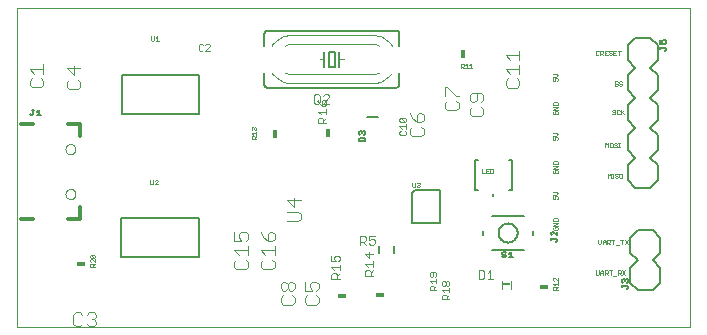
<source format=gto>
G75*
G70*
%OFA0B0*%
%FSLAX24Y24*%
%IPPOS*%
%LPD*%
%AMOC8*
5,1,8,0,0,1.08239X$1,22.5*
%
%ADD10C,0.0000*%
%ADD11C,0.0010*%
%ADD12C,0.0080*%
%ADD13C,0.0050*%
%ADD14C,0.0040*%
%ADD15C,0.0120*%
%ADD16R,0.0180X0.0300*%
%ADD17R,0.0300X0.0180*%
%ADD18C,0.0060*%
%ADD19C,0.0030*%
%ADD20C,0.0020*%
%ADD21R,0.0305X0.0050*%
D10*
X001213Y000274D02*
X001213Y010904D01*
X023654Y010904D01*
X023654Y000274D01*
X001213Y000274D01*
X002834Y004707D02*
X002836Y004732D01*
X002842Y004757D01*
X002851Y004781D01*
X002864Y004803D01*
X002881Y004823D01*
X002900Y004840D01*
X002921Y004854D01*
X002945Y004864D01*
X002969Y004871D01*
X002995Y004874D01*
X003020Y004873D01*
X003045Y004868D01*
X003069Y004859D01*
X003092Y004847D01*
X003112Y004832D01*
X003130Y004813D01*
X003145Y004792D01*
X003156Y004769D01*
X003164Y004745D01*
X003168Y004720D01*
X003168Y004694D01*
X003164Y004669D01*
X003156Y004645D01*
X003145Y004622D01*
X003130Y004601D01*
X003112Y004582D01*
X003092Y004567D01*
X003069Y004555D01*
X003045Y004546D01*
X003020Y004541D01*
X002995Y004540D01*
X002969Y004543D01*
X002945Y004550D01*
X002921Y004560D01*
X002900Y004574D01*
X002881Y004591D01*
X002864Y004611D01*
X002851Y004633D01*
X002842Y004657D01*
X002836Y004682D01*
X002834Y004707D01*
X002834Y006203D02*
X002836Y006228D01*
X002842Y006253D01*
X002851Y006277D01*
X002864Y006299D01*
X002881Y006319D01*
X002900Y006336D01*
X002921Y006350D01*
X002945Y006360D01*
X002969Y006367D01*
X002995Y006370D01*
X003020Y006369D01*
X003045Y006364D01*
X003069Y006355D01*
X003092Y006343D01*
X003112Y006328D01*
X003130Y006309D01*
X003145Y006288D01*
X003156Y006265D01*
X003164Y006241D01*
X003168Y006216D01*
X003168Y006190D01*
X003164Y006165D01*
X003156Y006141D01*
X003145Y006118D01*
X003130Y006097D01*
X003112Y006078D01*
X003092Y006063D01*
X003069Y006051D01*
X003045Y006042D01*
X003020Y006037D01*
X002995Y006036D01*
X002969Y006039D01*
X002945Y006046D01*
X002921Y006056D01*
X002900Y006070D01*
X002881Y006087D01*
X002864Y006107D01*
X002851Y006129D01*
X002842Y006153D01*
X002836Y006178D01*
X002834Y006203D01*
D11*
X005665Y005177D02*
X005665Y005052D01*
X005690Y005027D01*
X005740Y005027D01*
X005765Y005052D01*
X005765Y005177D01*
X005812Y005152D02*
X005837Y005177D01*
X005887Y005177D01*
X005912Y005152D01*
X005912Y005127D01*
X005812Y005027D01*
X005912Y005027D01*
X009038Y006535D02*
X009038Y006611D01*
X009063Y006636D01*
X009113Y006636D01*
X009138Y006611D01*
X009138Y006535D01*
X009188Y006535D02*
X009038Y006535D01*
X009138Y006586D02*
X009188Y006636D01*
X009188Y006683D02*
X009188Y006783D01*
X009188Y006733D02*
X009038Y006733D01*
X009088Y006683D01*
X009063Y006830D02*
X009038Y006855D01*
X009038Y006905D01*
X009063Y006930D01*
X009088Y006930D01*
X009113Y006905D01*
X009138Y006930D01*
X009163Y006930D01*
X009188Y006905D01*
X009188Y006855D01*
X009163Y006830D01*
X009113Y006880D02*
X009113Y006905D01*
X014396Y005087D02*
X014396Y004962D01*
X014421Y004937D01*
X014471Y004937D01*
X014496Y004962D01*
X014496Y005087D01*
X014543Y005062D02*
X014568Y005087D01*
X014618Y005087D01*
X014643Y005062D01*
X014643Y005037D01*
X014618Y005012D01*
X014643Y004987D01*
X014643Y004962D01*
X014618Y004937D01*
X014568Y004937D01*
X014543Y004962D01*
X014593Y005012D02*
X014618Y005012D01*
X016704Y005400D02*
X016804Y005400D01*
X016852Y005400D02*
X016852Y005550D01*
X016952Y005550D01*
X016999Y005550D02*
X017074Y005550D01*
X017099Y005525D01*
X017099Y005425D01*
X017074Y005400D01*
X016999Y005400D01*
X016999Y005550D01*
X016902Y005475D02*
X016852Y005475D01*
X016852Y005400D02*
X016952Y005400D01*
X016704Y005400D02*
X016704Y005550D01*
X019090Y005545D02*
X019240Y005645D01*
X019090Y005645D01*
X019090Y005692D02*
X019090Y005767D01*
X019115Y005792D01*
X019215Y005792D01*
X019240Y005767D01*
X019240Y005692D01*
X019090Y005692D01*
X019090Y005545D02*
X019240Y005545D01*
X019215Y005497D02*
X019165Y005497D01*
X019165Y005447D01*
X019215Y005397D02*
X019240Y005422D01*
X019240Y005472D01*
X019215Y005497D01*
X019215Y005397D02*
X019115Y005397D01*
X019090Y005422D01*
X019090Y005472D01*
X019115Y005497D01*
X019090Y004779D02*
X019190Y004779D01*
X019240Y004729D01*
X019190Y004678D01*
X019090Y004678D01*
X019090Y004631D02*
X019090Y004531D01*
X019165Y004531D01*
X019140Y004581D01*
X019140Y004606D01*
X019165Y004631D01*
X019215Y004631D01*
X019240Y004606D01*
X019240Y004556D01*
X019215Y004531D01*
X019215Y003902D02*
X019115Y003902D01*
X019090Y003877D01*
X019090Y003802D01*
X019240Y003802D01*
X019240Y003877D01*
X019215Y003902D01*
X019240Y003755D02*
X019090Y003755D01*
X019090Y003655D02*
X019240Y003755D01*
X019240Y003655D02*
X019090Y003655D01*
X019115Y003608D02*
X019090Y003583D01*
X019090Y003533D01*
X019115Y003508D01*
X019215Y003508D01*
X019240Y003533D01*
X019240Y003583D01*
X019215Y003608D01*
X019165Y003608D01*
X019165Y003558D01*
X020588Y003185D02*
X020588Y003060D01*
X020613Y003035D01*
X020664Y003035D01*
X020689Y003060D01*
X020689Y003185D01*
X020736Y003135D02*
X020786Y003185D01*
X020836Y003135D01*
X020836Y003035D01*
X020883Y003035D02*
X020883Y003185D01*
X020958Y003185D01*
X020983Y003160D01*
X020983Y003110D01*
X020958Y003085D01*
X020883Y003085D01*
X020933Y003085D02*
X020983Y003035D01*
X021080Y003035D02*
X021080Y003185D01*
X021030Y003185D02*
X021131Y003185D01*
X021178Y003010D02*
X021278Y003010D01*
X021375Y003035D02*
X021375Y003185D01*
X021325Y003185D02*
X021425Y003185D01*
X021472Y003185D02*
X021573Y003035D01*
X021472Y003035D02*
X021573Y003185D01*
X020836Y003110D02*
X020736Y003110D01*
X020736Y003135D02*
X020736Y003035D01*
X020707Y002162D02*
X020757Y002112D01*
X020757Y002011D01*
X020804Y002011D02*
X020804Y002162D01*
X020879Y002162D01*
X020904Y002137D01*
X020904Y002087D01*
X020879Y002062D01*
X020804Y002062D01*
X020854Y002062D02*
X020904Y002011D01*
X021002Y002011D02*
X021002Y002162D01*
X020952Y002162D02*
X021052Y002162D01*
X021099Y001986D02*
X021199Y001986D01*
X021246Y002011D02*
X021246Y002162D01*
X021321Y002162D01*
X021346Y002137D01*
X021346Y002087D01*
X021321Y002062D01*
X021246Y002062D01*
X021296Y002062D02*
X021346Y002011D01*
X021394Y002011D02*
X021494Y002162D01*
X021394Y002162D02*
X021494Y002011D01*
X020757Y002087D02*
X020657Y002087D01*
X020657Y002112D02*
X020707Y002162D01*
X020657Y002112D02*
X020657Y002011D01*
X020610Y002036D02*
X020610Y002162D01*
X020510Y002162D02*
X020510Y002036D01*
X020535Y002011D01*
X020585Y002011D01*
X020610Y002036D01*
X019239Y001917D02*
X019239Y001816D01*
X019139Y001917D01*
X019114Y001917D01*
X019089Y001892D01*
X019089Y001842D01*
X019114Y001816D01*
X019089Y001719D02*
X019239Y001719D01*
X019239Y001669D02*
X019239Y001769D01*
X019139Y001669D02*
X019089Y001719D01*
X019114Y001622D02*
X019164Y001622D01*
X019189Y001597D01*
X019189Y001522D01*
X019189Y001572D02*
X019239Y001622D01*
X019239Y001522D02*
X019089Y001522D01*
X019089Y001597D01*
X019114Y001622D01*
X020903Y005240D02*
X020903Y005390D01*
X020953Y005340D01*
X021004Y005390D01*
X021004Y005240D01*
X021051Y005240D02*
X021101Y005240D01*
X021076Y005240D02*
X021076Y005390D01*
X021051Y005390D02*
X021101Y005390D01*
X021149Y005365D02*
X021149Y005340D01*
X021174Y005315D01*
X021224Y005315D01*
X021249Y005290D01*
X021249Y005265D01*
X021224Y005240D01*
X021174Y005240D01*
X021149Y005265D01*
X021149Y005365D02*
X021174Y005390D01*
X021224Y005390D01*
X021249Y005365D01*
X021296Y005365D02*
X021296Y005265D01*
X021321Y005240D01*
X021371Y005240D01*
X021396Y005265D01*
X021396Y005365D01*
X021371Y005390D01*
X021321Y005390D01*
X021296Y005365D01*
X021292Y006263D02*
X021292Y006414D01*
X021267Y006414D02*
X021317Y006414D01*
X021219Y006389D02*
X021194Y006414D01*
X021144Y006414D01*
X021119Y006389D01*
X021119Y006364D01*
X021144Y006338D01*
X021194Y006338D01*
X021219Y006313D01*
X021219Y006288D01*
X021194Y006263D01*
X021144Y006263D01*
X021119Y006288D01*
X021072Y006288D02*
X021072Y006389D01*
X021047Y006414D01*
X020997Y006414D01*
X020972Y006389D01*
X020972Y006288D01*
X020997Y006263D01*
X021047Y006263D01*
X021072Y006288D01*
X020925Y006263D02*
X020925Y006414D01*
X020875Y006364D01*
X020825Y006414D01*
X020825Y006263D01*
X021267Y006263D02*
X021317Y006263D01*
X021283Y007366D02*
X021308Y007391D01*
X021283Y007366D02*
X021233Y007366D01*
X021208Y007391D01*
X021208Y007491D01*
X021233Y007516D01*
X021283Y007516D01*
X021308Y007491D01*
X021356Y007516D02*
X021356Y007366D01*
X021356Y007416D02*
X021456Y007516D01*
X021381Y007441D02*
X021456Y007366D01*
X021161Y007391D02*
X021161Y007416D01*
X021136Y007441D01*
X021086Y007441D01*
X021061Y007466D01*
X021061Y007491D01*
X021086Y007516D01*
X021136Y007516D01*
X021161Y007491D01*
X021161Y007391D02*
X021136Y007366D01*
X021086Y007366D01*
X021061Y007391D01*
X021165Y008311D02*
X021140Y008336D01*
X021165Y008311D02*
X021215Y008311D01*
X021240Y008336D01*
X021240Y008361D01*
X021215Y008386D01*
X021165Y008386D01*
X021140Y008411D01*
X021140Y008436D01*
X021165Y008461D01*
X021215Y008461D01*
X021240Y008436D01*
X021287Y008436D02*
X021287Y008411D01*
X021312Y008386D01*
X021362Y008386D01*
X021387Y008361D01*
X021387Y008336D01*
X021362Y008311D01*
X021312Y008311D01*
X021287Y008336D01*
X021287Y008436D02*
X021312Y008461D01*
X021362Y008461D01*
X021387Y008436D01*
X021296Y009334D02*
X021296Y009484D01*
X021246Y009484D02*
X021346Y009484D01*
X021199Y009484D02*
X021099Y009484D01*
X021099Y009334D01*
X021199Y009334D01*
X021149Y009409D02*
X021099Y009409D01*
X021052Y009384D02*
X021052Y009359D01*
X021027Y009334D01*
X020977Y009334D01*
X020952Y009359D01*
X020904Y009334D02*
X020804Y009334D01*
X020804Y009484D01*
X020904Y009484D01*
X020952Y009459D02*
X020952Y009434D01*
X020977Y009409D01*
X021027Y009409D01*
X021052Y009384D01*
X021052Y009459D02*
X021027Y009484D01*
X020977Y009484D01*
X020952Y009459D01*
X020854Y009409D02*
X020804Y009409D01*
X020757Y009409D02*
X020732Y009384D01*
X020657Y009384D01*
X020657Y009334D02*
X020657Y009484D01*
X020732Y009484D01*
X020757Y009459D01*
X020757Y009409D01*
X020707Y009384D02*
X020757Y009334D01*
X020610Y009359D02*
X020585Y009334D01*
X020535Y009334D01*
X020510Y009359D01*
X020510Y009459D01*
X020535Y009484D01*
X020585Y009484D01*
X020610Y009459D01*
X019240Y008666D02*
X019190Y008716D01*
X019090Y008716D01*
X019090Y008615D02*
X019190Y008615D01*
X019240Y008666D01*
X019215Y008568D02*
X019240Y008543D01*
X019240Y008493D01*
X019215Y008468D01*
X019165Y008468D02*
X019140Y008518D01*
X019140Y008543D01*
X019165Y008568D01*
X019215Y008568D01*
X019165Y008468D02*
X019090Y008468D01*
X019090Y008568D01*
X019115Y007761D02*
X019090Y007736D01*
X019090Y007660D01*
X019240Y007660D01*
X019240Y007736D01*
X019215Y007761D01*
X019115Y007761D01*
X019090Y007613D02*
X019240Y007613D01*
X019090Y007513D01*
X019240Y007513D01*
X019215Y007466D02*
X019165Y007466D01*
X019165Y007416D01*
X019215Y007466D02*
X019240Y007441D01*
X019240Y007391D01*
X019215Y007366D01*
X019115Y007366D01*
X019090Y007391D01*
X019090Y007441D01*
X019115Y007466D01*
X019090Y006747D02*
X019190Y006747D01*
X019240Y006697D01*
X019190Y006647D01*
X019090Y006647D01*
X019090Y006600D02*
X019090Y006500D01*
X019165Y006500D01*
X019140Y006550D01*
X019140Y006575D01*
X019165Y006600D01*
X019215Y006600D01*
X019240Y006575D01*
X019240Y006525D01*
X019215Y006500D01*
X016399Y008906D02*
X016299Y008906D01*
X016252Y008906D02*
X016152Y008906D01*
X016104Y008906D02*
X016054Y008956D01*
X016079Y008956D02*
X016004Y008956D01*
X016004Y008906D02*
X016004Y009056D01*
X016079Y009056D01*
X016104Y009031D01*
X016104Y008981D01*
X016079Y008956D01*
X016152Y009006D02*
X016202Y009056D01*
X016202Y008906D01*
X016299Y009006D02*
X016349Y009056D01*
X016349Y008906D01*
X005936Y009818D02*
X005836Y009818D01*
X005886Y009818D02*
X005886Y009968D01*
X005836Y009918D01*
X005789Y009968D02*
X005789Y009843D01*
X005764Y009818D01*
X005714Y009818D01*
X005689Y009843D01*
X005689Y009968D01*
X003789Y002680D02*
X003689Y002680D01*
X003789Y002580D01*
X003814Y002605D01*
X003814Y002655D01*
X003789Y002680D01*
X003789Y002580D02*
X003689Y002580D01*
X003664Y002605D01*
X003664Y002655D01*
X003689Y002680D01*
X003689Y002533D02*
X003664Y002508D01*
X003664Y002458D01*
X003689Y002433D01*
X003689Y002386D02*
X003739Y002386D01*
X003764Y002361D01*
X003764Y002286D01*
X003764Y002336D02*
X003814Y002386D01*
X003814Y002433D02*
X003714Y002533D01*
X003689Y002533D01*
X003814Y002533D02*
X003814Y002433D01*
X003689Y002386D02*
X003664Y002361D01*
X003664Y002286D01*
X003814Y002286D01*
D12*
X004695Y002597D02*
X004695Y003897D01*
X007275Y003897D01*
X007275Y002597D01*
X004695Y002597D01*
X004719Y007388D02*
X004719Y008688D01*
X007299Y008688D01*
X007299Y007388D01*
X004719Y007388D01*
X016469Y005857D02*
X016469Y004833D01*
X016587Y004833D01*
X017099Y004715D02*
X017099Y004636D01*
X017611Y004833D02*
X017729Y004833D01*
X017729Y005857D01*
X017611Y005857D01*
X016587Y005857D02*
X016469Y005857D01*
X017061Y003959D02*
X018114Y003959D01*
X018414Y003459D02*
X018414Y003357D01*
X018114Y002857D02*
X017061Y002857D01*
X016761Y003357D02*
X016761Y003459D01*
X021658Y003256D02*
X021658Y002756D01*
X021908Y002506D01*
X021658Y002256D01*
X021658Y001756D01*
X021908Y001506D01*
X022408Y001506D01*
X022658Y001756D01*
X022658Y002256D01*
X022408Y002506D01*
X022658Y002756D01*
X022658Y003256D01*
X022408Y003506D01*
X021908Y003506D01*
X021658Y003256D01*
X021830Y004908D02*
X022330Y004908D01*
X022580Y005158D01*
X022580Y005658D01*
X022330Y005908D01*
X022580Y006158D01*
X022580Y006658D01*
X022330Y006908D01*
X022580Y007158D01*
X022580Y007658D01*
X022330Y007908D01*
X022580Y008158D01*
X022580Y008658D01*
X022330Y008908D01*
X022580Y009158D01*
X022580Y009658D01*
X022330Y009908D01*
X021830Y009908D01*
X021580Y009658D01*
X021580Y009158D01*
X021830Y008908D01*
X021580Y008658D01*
X021580Y008158D01*
X021830Y007908D01*
X021580Y007658D01*
X021580Y007158D01*
X021830Y006908D01*
X021580Y006658D01*
X021580Y006158D01*
X021830Y005908D01*
X021580Y005658D01*
X021580Y005158D01*
X021830Y004908D01*
D13*
X019221Y003454D02*
X019221Y003327D01*
X019094Y003454D01*
X019063Y003454D01*
X019031Y003422D01*
X019031Y003359D01*
X019063Y003327D01*
X019031Y003233D02*
X019031Y003170D01*
X019031Y003201D02*
X019189Y003201D01*
X019221Y003170D01*
X019221Y003138D01*
X019189Y003106D01*
X017739Y002593D02*
X017612Y002593D01*
X017676Y002593D02*
X017676Y002783D01*
X017612Y002720D01*
X017518Y002752D02*
X017486Y002783D01*
X017423Y002783D01*
X017391Y002752D01*
X017391Y002720D01*
X017423Y002688D01*
X017486Y002688D01*
X017518Y002656D01*
X017518Y002625D01*
X017486Y002593D01*
X017423Y002593D01*
X017391Y002625D01*
X017270Y003408D02*
X017272Y003443D01*
X017278Y003479D01*
X017288Y003513D01*
X017301Y003546D01*
X017319Y003577D01*
X017339Y003606D01*
X017363Y003632D01*
X017389Y003656D01*
X017418Y003676D01*
X017449Y003694D01*
X017482Y003707D01*
X017516Y003717D01*
X017552Y003723D01*
X017587Y003725D01*
X017622Y003723D01*
X017658Y003717D01*
X017692Y003707D01*
X017725Y003694D01*
X017756Y003676D01*
X017785Y003656D01*
X017811Y003632D01*
X017835Y003606D01*
X017855Y003577D01*
X017873Y003546D01*
X017886Y003513D01*
X017896Y003479D01*
X017902Y003443D01*
X017904Y003408D01*
X017902Y003373D01*
X017896Y003337D01*
X017886Y003303D01*
X017873Y003270D01*
X017855Y003239D01*
X017835Y003210D01*
X017811Y003184D01*
X017785Y003160D01*
X017756Y003140D01*
X017725Y003122D01*
X017692Y003109D01*
X017658Y003099D01*
X017622Y003093D01*
X017587Y003091D01*
X017552Y003093D01*
X017516Y003099D01*
X017482Y003109D01*
X017449Y003122D01*
X017418Y003140D01*
X017389Y003160D01*
X017363Y003184D01*
X017339Y003210D01*
X017319Y003239D01*
X017301Y003270D01*
X017288Y003303D01*
X017278Y003337D01*
X017272Y003373D01*
X017270Y003408D01*
X015335Y003751D02*
X014391Y003751D01*
X014391Y004745D01*
X014498Y004853D01*
X015335Y004853D01*
X015335Y003751D01*
X012805Y006460D02*
X012614Y006460D01*
X012614Y006555D01*
X012646Y006587D01*
X012773Y006587D01*
X012805Y006555D01*
X012805Y006460D01*
X012773Y006681D02*
X012805Y006713D01*
X012805Y006776D01*
X012773Y006808D01*
X012741Y006808D01*
X012709Y006776D01*
X012709Y006744D01*
X012709Y006776D02*
X012678Y006808D01*
X012646Y006808D01*
X012614Y006776D01*
X012614Y006713D01*
X012646Y006681D01*
X012892Y007281D02*
X013267Y007281D01*
X022654Y009554D02*
X022654Y009618D01*
X022654Y009586D02*
X022813Y009586D01*
X022845Y009554D01*
X022845Y009523D01*
X022813Y009491D01*
X022813Y009712D02*
X022845Y009744D01*
X022845Y009807D01*
X022813Y009839D01*
X022749Y009839D01*
X022718Y009807D01*
X022718Y009775D01*
X022749Y009712D01*
X022654Y009712D01*
X022654Y009839D01*
X021552Y001879D02*
X021583Y001848D01*
X021583Y001784D01*
X021552Y001752D01*
X021488Y001816D02*
X021488Y001848D01*
X021520Y001879D01*
X021552Y001879D01*
X021488Y001848D02*
X021456Y001879D01*
X021425Y001879D01*
X021393Y001848D01*
X021393Y001784D01*
X021425Y001752D01*
X021393Y001658D02*
X021393Y001595D01*
X021393Y001627D02*
X021552Y001627D01*
X021583Y001595D01*
X021583Y001563D01*
X021552Y001531D01*
X002007Y007330D02*
X001881Y007330D01*
X001944Y007330D02*
X001944Y007520D01*
X001881Y007457D01*
X001786Y007520D02*
X001723Y007520D01*
X001755Y007520D02*
X001755Y007362D01*
X001723Y007330D01*
X001691Y007330D01*
X001660Y007362D01*
D14*
X001717Y008261D02*
X002024Y008261D01*
X002101Y008337D01*
X002101Y008491D01*
X002024Y008568D01*
X002101Y008721D02*
X002101Y009028D01*
X002101Y008875D02*
X001640Y008875D01*
X001794Y008721D01*
X001717Y008568D02*
X001640Y008491D01*
X001640Y008337D01*
X001717Y008261D01*
X002873Y008278D02*
X002949Y008202D01*
X003256Y008202D01*
X003333Y008278D01*
X003333Y008432D01*
X003256Y008509D01*
X003103Y008662D02*
X003103Y008969D01*
X003333Y008892D02*
X002873Y008892D01*
X003103Y008662D01*
X002949Y008509D02*
X002873Y008432D01*
X002873Y008278D01*
X010211Y004499D02*
X010442Y004268D01*
X010442Y004575D01*
X010672Y004499D02*
X010211Y004499D01*
X010211Y004115D02*
X010595Y004115D01*
X010672Y004038D01*
X010672Y003885D01*
X010595Y003808D01*
X010211Y003808D01*
X009802Y003365D02*
X009725Y003442D01*
X009648Y003442D01*
X009571Y003365D01*
X009571Y003135D01*
X009725Y003135D01*
X009802Y003212D01*
X009802Y003365D01*
X009571Y003135D02*
X009418Y003288D01*
X009341Y003442D01*
X008916Y003365D02*
X008916Y003212D01*
X008839Y003135D01*
X008686Y003135D02*
X008609Y003288D01*
X008609Y003365D01*
X008686Y003442D01*
X008839Y003442D01*
X008916Y003365D01*
X008455Y003442D02*
X008455Y003135D01*
X008686Y003135D01*
X008916Y002982D02*
X008916Y002675D01*
X008916Y002828D02*
X008455Y002828D01*
X008609Y002675D01*
X008532Y002521D02*
X008455Y002444D01*
X008455Y002291D01*
X008532Y002214D01*
X008839Y002214D01*
X008916Y002291D01*
X008916Y002444D01*
X008839Y002521D01*
X009341Y002444D02*
X009341Y002291D01*
X009418Y002214D01*
X009725Y002214D01*
X009802Y002291D01*
X009802Y002444D01*
X009725Y002521D01*
X009802Y002675D02*
X009802Y002982D01*
X009802Y002828D02*
X009341Y002828D01*
X009495Y002675D01*
X009418Y002521D02*
X009341Y002444D01*
X010011Y001712D02*
X010087Y001788D01*
X010164Y001788D01*
X010241Y001712D01*
X010241Y001558D01*
X010164Y001481D01*
X010087Y001481D01*
X010011Y001558D01*
X010011Y001712D01*
X010241Y001712D02*
X010317Y001788D01*
X010394Y001788D01*
X010471Y001712D01*
X010471Y001558D01*
X010394Y001481D01*
X010317Y001481D01*
X010241Y001558D01*
X010394Y001328D02*
X010471Y001251D01*
X010471Y001098D01*
X010394Y001021D01*
X010087Y001021D01*
X010011Y001098D01*
X010011Y001251D01*
X010087Y001328D01*
X010818Y001251D02*
X010818Y001098D01*
X010894Y001021D01*
X011201Y001021D01*
X011278Y001098D01*
X011278Y001251D01*
X011201Y001328D01*
X011201Y001481D02*
X011278Y001558D01*
X011278Y001712D01*
X011201Y001788D01*
X011048Y001788D01*
X010971Y001712D01*
X010971Y001635D01*
X011048Y001481D01*
X010818Y001481D01*
X010818Y001788D01*
X010894Y001328D02*
X010818Y001251D01*
X011696Y001873D02*
X011696Y002013D01*
X011743Y002060D01*
X011836Y002060D01*
X011883Y002013D01*
X011883Y001873D01*
X011976Y001873D02*
X011696Y001873D01*
X011883Y001967D02*
X011976Y002060D01*
X011976Y002168D02*
X011976Y002355D01*
X011976Y002261D02*
X011696Y002261D01*
X011789Y002168D01*
X011836Y002463D02*
X011789Y002556D01*
X011789Y002603D01*
X011836Y002649D01*
X011929Y002649D01*
X011976Y002603D01*
X011976Y002509D01*
X011929Y002463D01*
X011836Y002463D02*
X011696Y002463D01*
X011696Y002649D01*
X012819Y002713D02*
X012959Y002573D01*
X012959Y002760D01*
X013099Y002713D02*
X012819Y002713D01*
X012819Y002372D02*
X013099Y002372D01*
X013099Y002465D02*
X013099Y002278D01*
X013099Y002170D02*
X013006Y002077D01*
X013006Y002124D02*
X013006Y001984D01*
X013099Y001984D02*
X012819Y001984D01*
X012819Y002124D01*
X012866Y002170D01*
X012959Y002170D01*
X013006Y002124D01*
X012913Y002278D02*
X012819Y002372D01*
X016609Y002163D02*
X016609Y001882D01*
X016749Y001882D01*
X016796Y001929D01*
X016796Y002116D01*
X016749Y002163D01*
X016609Y002163D01*
X016903Y002069D02*
X016997Y002163D01*
X016997Y001882D01*
X017090Y001882D02*
X016903Y001882D01*
X017379Y001800D02*
X017379Y001532D01*
X017694Y001532D02*
X017694Y001800D01*
X014701Y006639D02*
X014394Y006639D01*
X014318Y006715D01*
X014318Y006869D01*
X014394Y006946D01*
X014548Y007099D02*
X014548Y007329D01*
X014625Y007406D01*
X014701Y007406D01*
X014778Y007329D01*
X014778Y007176D01*
X014701Y007099D01*
X014548Y007099D01*
X014394Y007253D01*
X014318Y007406D01*
X014701Y006946D02*
X014778Y006869D01*
X014778Y006715D01*
X014701Y006639D01*
X015556Y007505D02*
X015863Y007505D01*
X015939Y007582D01*
X015939Y007735D01*
X015863Y007812D01*
X015863Y007965D02*
X015939Y007965D01*
X015863Y007965D02*
X015556Y008272D01*
X015479Y008272D01*
X015479Y007965D01*
X015556Y007812D02*
X015479Y007735D01*
X015479Y007582D01*
X015556Y007505D01*
X016306Y007538D02*
X016306Y007385D01*
X016383Y007308D01*
X016689Y007308D01*
X016766Y007385D01*
X016766Y007538D01*
X016689Y007615D01*
X016689Y007768D02*
X016766Y007845D01*
X016766Y007999D01*
X016689Y008075D01*
X016383Y008075D01*
X016306Y007999D01*
X016306Y007845D01*
X016383Y007768D01*
X016459Y007768D01*
X016536Y007845D01*
X016536Y008075D01*
X016383Y007615D02*
X016306Y007538D01*
X017507Y008330D02*
X017583Y008253D01*
X017890Y008253D01*
X017967Y008330D01*
X017967Y008483D01*
X017890Y008560D01*
X017967Y008713D02*
X017967Y009020D01*
X017967Y008867D02*
X017507Y008867D01*
X017660Y008713D01*
X017583Y008560D02*
X017507Y008483D01*
X017507Y008330D01*
X017660Y009174D02*
X017507Y009327D01*
X017967Y009327D01*
X017967Y009174D02*
X017967Y009481D01*
X011526Y007793D02*
X011526Y007699D01*
X011479Y007653D01*
X011386Y007653D01*
X011386Y007793D01*
X011433Y007840D01*
X011479Y007840D01*
X011526Y007793D01*
X011386Y007653D02*
X011292Y007746D01*
X011246Y007840D01*
X011246Y007451D02*
X011526Y007451D01*
X011526Y007358D02*
X011526Y007545D01*
X011339Y007358D02*
X011246Y007451D01*
X011292Y007250D02*
X011386Y007250D01*
X011433Y007203D01*
X011433Y007063D01*
X011526Y007063D02*
X011246Y007063D01*
X011246Y007203D01*
X011292Y007250D01*
X011433Y007157D02*
X011526Y007250D01*
X003861Y000684D02*
X003861Y000607D01*
X003785Y000530D01*
X003861Y000454D01*
X003861Y000377D01*
X003785Y000300D01*
X003631Y000300D01*
X003554Y000377D01*
X003401Y000377D02*
X003324Y000300D01*
X003171Y000300D01*
X003094Y000377D01*
X003094Y000684D01*
X003171Y000760D01*
X003324Y000760D01*
X003401Y000684D01*
X003554Y000684D02*
X003631Y000760D01*
X003785Y000760D01*
X003861Y000684D01*
X003785Y000530D02*
X003708Y000530D01*
D15*
X003316Y003880D02*
X002922Y003880D01*
X003316Y003880D02*
X003316Y004274D01*
X001741Y003880D02*
X001347Y003880D01*
X003316Y006636D02*
X003316Y007030D01*
X003309Y007027D02*
X002922Y007027D01*
X002922Y007030D01*
X001741Y007030D02*
X001347Y007030D01*
D16*
X009828Y006723D03*
X011580Y006731D03*
X016091Y009361D03*
D17*
X003359Y002373D03*
X012064Y001294D03*
X013320Y001357D03*
X018784Y001609D03*
D18*
X013772Y002743D02*
X013772Y002979D01*
X013300Y002979D02*
X013300Y002743D01*
X013864Y008256D02*
X009564Y008256D01*
X009547Y008258D01*
X009530Y008262D01*
X009514Y008269D01*
X009500Y008279D01*
X009487Y008292D01*
X009477Y008306D01*
X009470Y008322D01*
X009466Y008339D01*
X009464Y008356D01*
X009464Y008756D01*
X009464Y009656D02*
X009464Y010056D01*
X009466Y010073D01*
X009470Y010090D01*
X009477Y010106D01*
X009487Y010120D01*
X009500Y010133D01*
X009514Y010143D01*
X009530Y010150D01*
X009547Y010154D01*
X009564Y010156D01*
X013864Y010156D01*
X013881Y010154D01*
X013898Y010150D01*
X013914Y010143D01*
X013928Y010133D01*
X013941Y010120D01*
X013951Y010106D01*
X013958Y010090D01*
X013962Y010073D01*
X013964Y010056D01*
X013964Y009656D01*
X013964Y008756D02*
X013964Y008356D01*
X013962Y008339D01*
X013958Y008322D01*
X013951Y008306D01*
X013941Y008292D01*
X013928Y008279D01*
X013914Y008269D01*
X013898Y008262D01*
X013881Y008258D01*
X013864Y008256D01*
X011964Y008956D02*
X011964Y009206D01*
X011964Y009456D01*
X011814Y009456D02*
X011614Y009456D01*
X011614Y008956D01*
X011814Y008956D01*
X011814Y009456D01*
X011464Y009456D02*
X011464Y009206D01*
X011464Y008956D01*
D19*
X011471Y008030D02*
X011419Y007978D01*
X011471Y008030D02*
X011574Y008030D01*
X011626Y007978D01*
X011626Y007927D01*
X011419Y007720D01*
X011626Y007720D01*
X011313Y007720D02*
X011209Y007823D01*
X011158Y007720D02*
X011106Y007771D01*
X011106Y007978D01*
X011158Y008030D01*
X011261Y008030D01*
X011313Y007978D01*
X011313Y007771D01*
X011261Y007720D01*
X011158Y007720D01*
X012656Y003312D02*
X012801Y003312D01*
X012849Y003264D01*
X012849Y003167D01*
X012801Y003119D01*
X012656Y003119D01*
X012752Y003119D02*
X012849Y003022D01*
X012950Y003071D02*
X012999Y003022D01*
X013095Y003022D01*
X013144Y003071D01*
X013144Y003167D01*
X013095Y003216D01*
X013047Y003216D01*
X012950Y003167D01*
X012950Y003312D01*
X013144Y003312D01*
X012656Y003312D02*
X012656Y003022D01*
D20*
X014977Y002060D02*
X014977Y001987D01*
X015014Y001950D01*
X015051Y001950D01*
X015088Y001987D01*
X015088Y002097D01*
X015161Y002097D02*
X015014Y002097D01*
X014977Y002060D01*
X015161Y002097D02*
X015198Y002060D01*
X015198Y001987D01*
X015161Y001950D01*
X015198Y001876D02*
X015198Y001729D01*
X015198Y001802D02*
X014977Y001802D01*
X015051Y001729D01*
X015014Y001655D02*
X015088Y001655D01*
X015124Y001618D01*
X015124Y001508D01*
X015124Y001582D02*
X015198Y001655D01*
X015198Y001508D02*
X014977Y001508D01*
X014977Y001618D01*
X015014Y001655D01*
X015394Y001688D02*
X015394Y001761D01*
X015430Y001798D01*
X015467Y001798D01*
X015504Y001761D01*
X015504Y001688D01*
X015467Y001651D01*
X015430Y001651D01*
X015394Y001688D01*
X015504Y001688D02*
X015540Y001651D01*
X015577Y001651D01*
X015614Y001688D01*
X015614Y001761D01*
X015577Y001798D01*
X015540Y001798D01*
X015504Y001761D01*
X015614Y001577D02*
X015614Y001430D01*
X015614Y001504D02*
X015394Y001504D01*
X015467Y001430D01*
X015430Y001356D02*
X015504Y001356D01*
X015540Y001319D01*
X015540Y001209D01*
X015540Y001283D02*
X015614Y001356D01*
X015614Y001209D02*
X015394Y001209D01*
X015394Y001319D01*
X015430Y001356D01*
X014150Y006666D02*
X014187Y006703D01*
X014187Y006776D01*
X014150Y006813D01*
X014187Y006887D02*
X014187Y007034D01*
X014187Y006961D02*
X013966Y006961D01*
X014040Y006887D01*
X014003Y006813D02*
X013966Y006776D01*
X013966Y006703D01*
X014003Y006666D01*
X014150Y006666D01*
X014150Y007108D02*
X014003Y007255D01*
X014150Y007255D01*
X014187Y007218D01*
X014187Y007145D01*
X014150Y007108D01*
X014003Y007108D01*
X013966Y007145D01*
X013966Y007218D01*
X014003Y007255D01*
X013064Y008406D02*
X010364Y008406D01*
X010364Y008706D02*
X013064Y008706D01*
X013102Y008707D01*
X013139Y008712D01*
X013176Y008719D01*
X013212Y008728D01*
X013248Y008741D01*
X013282Y008756D01*
X013725Y009656D02*
X013693Y009701D01*
X013657Y009743D01*
X013618Y009783D01*
X013576Y009820D01*
X013533Y009854D01*
X013486Y009885D01*
X013438Y009913D01*
X013388Y009937D01*
X013337Y009958D01*
X013284Y009975D01*
X013230Y009989D01*
X013175Y009998D01*
X013120Y010004D01*
X013064Y010006D01*
X010364Y010006D01*
X010364Y009706D02*
X013064Y009706D01*
X013102Y009705D01*
X013139Y009700D01*
X013176Y009693D01*
X013212Y009684D01*
X013248Y009671D01*
X013282Y009656D01*
X013725Y008756D02*
X013693Y008711D01*
X013657Y008669D01*
X013618Y008629D01*
X013577Y008592D01*
X013533Y008558D01*
X013486Y008527D01*
X013438Y008499D01*
X013388Y008475D01*
X013337Y008454D01*
X013284Y008437D01*
X013230Y008423D01*
X013175Y008414D01*
X013120Y008408D01*
X013064Y008406D01*
X012114Y009206D02*
X011964Y009206D01*
X011464Y009206D02*
X011314Y009206D01*
X010364Y010006D02*
X010308Y010004D01*
X010253Y009998D01*
X010198Y009989D01*
X010144Y009975D01*
X010091Y009958D01*
X010040Y009937D01*
X009990Y009913D01*
X009942Y009885D01*
X009895Y009854D01*
X009851Y009820D01*
X009810Y009783D01*
X009771Y009743D01*
X009735Y009701D01*
X009703Y009656D01*
X009703Y008756D02*
X009735Y008711D01*
X009771Y008669D01*
X009810Y008629D01*
X009852Y008592D01*
X009895Y008558D01*
X009942Y008527D01*
X009990Y008499D01*
X010040Y008475D01*
X010091Y008454D01*
X010144Y008437D01*
X010198Y008423D01*
X010253Y008414D01*
X010308Y008408D01*
X010364Y008406D01*
X010364Y008706D02*
X010326Y008707D01*
X010289Y008712D01*
X010252Y008719D01*
X010216Y008728D01*
X010180Y008741D01*
X010146Y008756D01*
X010146Y009656D02*
X010180Y009671D01*
X010216Y009684D01*
X010252Y009693D01*
X010289Y009700D01*
X010326Y009705D01*
X010364Y009706D01*
X007640Y009664D02*
X007603Y009701D01*
X007529Y009701D01*
X007493Y009664D01*
X007419Y009664D02*
X007382Y009701D01*
X007308Y009701D01*
X007272Y009664D01*
X007272Y009517D01*
X007308Y009481D01*
X007382Y009481D01*
X007419Y009517D01*
X007493Y009481D02*
X007640Y009627D01*
X007640Y009664D01*
X007640Y009481D02*
X007493Y009481D01*
D21*
X017534Y001716D03*
M02*

</source>
